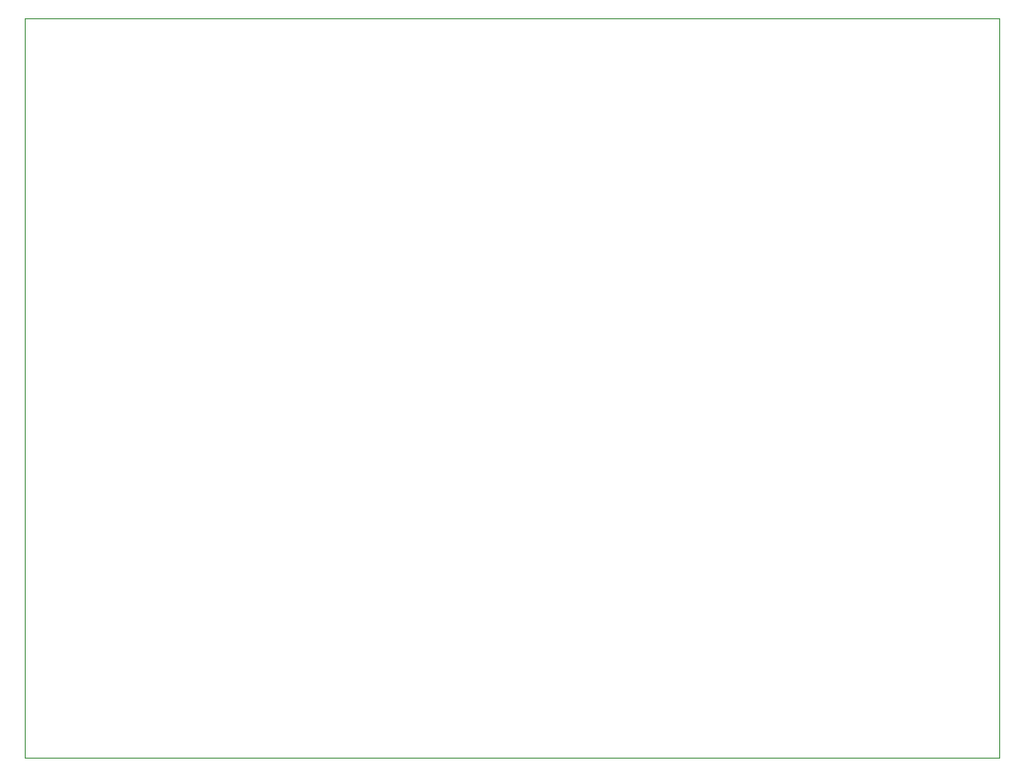
<source format=gbr>
%TF.GenerationSoftware,KiCad,Pcbnew,9.0.6*%
%TF.CreationDate,2025-12-31T13:47:15+11:00*%
%TF.ProjectId,ShutterRetroFit,53687574-7465-4725-9265-74726f466974,rev?*%
%TF.SameCoordinates,Original*%
%TF.FileFunction,Profile,NP*%
%FSLAX46Y46*%
G04 Gerber Fmt 4.6, Leading zero omitted, Abs format (unit mm)*
G04 Created by KiCad (PCBNEW 9.0.6) date 2025-12-31 13:47:15*
%MOMM*%
%LPD*%
G01*
G04 APERTURE LIST*
%TA.AperFunction,Profile*%
%ADD10C,0.050000*%
%TD*%
G04 APERTURE END LIST*
D10*
X89000000Y-68735000D02*
X179000000Y-68735000D01*
X179000000Y-137000000D01*
X89000000Y-137000000D01*
X89000000Y-68735000D01*
M02*

</source>
